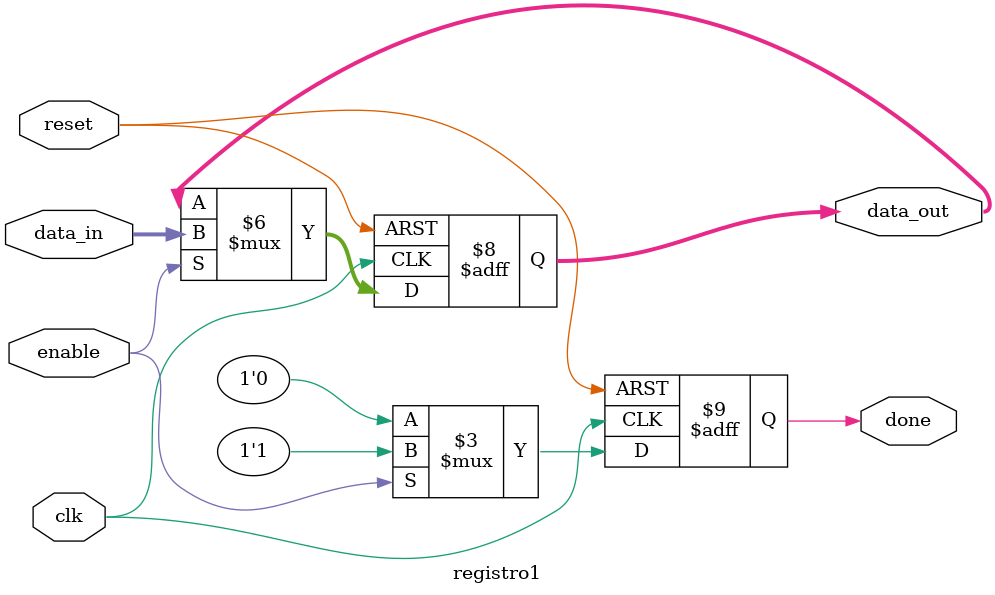
<source format=sv>
`timescale 1ns / 1ps


module registro1 (
    input logic clk,        //reloj
    input logic reset,      //reset
    input logic enable,     //habilitacion del registro
    input logic  signed [10:0] data_in, // entradas de 11 bits con signo
    output logic signed [10:0] data_out, //
    output logic done  // Señal para indicar almacenamiento exitoso
);

    always_ff @(posedge clk or posedge reset) begin
        if (reset) begin
            data_out <= 0;
            done <= 0;  // Inicializa la señal a 0
        end else if (enable) begin
            data_out <= data_in;  // Actualiza data_out con data_in
            done <= 1;      // Señal activa por un ciclo
        end else begin
            done <= 0;      // Desactiva la señal si no hay almacenamiento
        end
    end
endmodule


</source>
